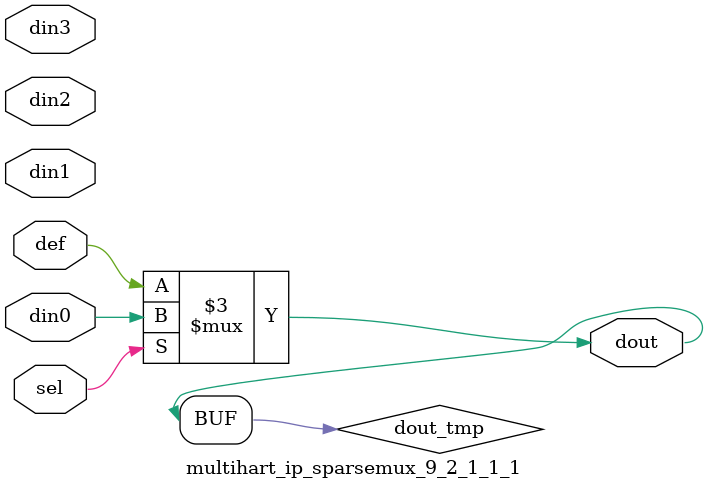
<source format=v>
`timescale 1ns / 1ps

module multihart_ip_sparsemux_9_2_1_1_1 (din0,din1,din2,din3,def,sel,dout);

parameter din0_WIDTH = 1;

parameter din1_WIDTH = 1;

parameter din2_WIDTH = 1;

parameter din3_WIDTH = 1;

parameter def_WIDTH = 1;
parameter sel_WIDTH = 1;
parameter dout_WIDTH = 1;

parameter [sel_WIDTH-1:0] CASE0 = 1;

parameter [sel_WIDTH-1:0] CASE1 = 1;

parameter [sel_WIDTH-1:0] CASE2 = 1;

parameter [sel_WIDTH-1:0] CASE3 = 1;

parameter ID = 1;
parameter NUM_STAGE = 1;



input [din0_WIDTH-1:0] din0;

input [din1_WIDTH-1:0] din1;

input [din2_WIDTH-1:0] din2;

input [din3_WIDTH-1:0] din3;

input [def_WIDTH-1:0] def;
input [sel_WIDTH-1:0] sel;

output [dout_WIDTH-1:0] dout;



reg [dout_WIDTH-1:0] dout_tmp;


always @ (*) begin
(* parallel_case *) case (sel)
    
    CASE0 : dout_tmp = din0;
    
    CASE1 : dout_tmp = din1;
    
    CASE2 : dout_tmp = din2;
    
    CASE3 : dout_tmp = din3;
    
    default : dout_tmp = def;
endcase
end


assign dout = dout_tmp;



endmodule

</source>
